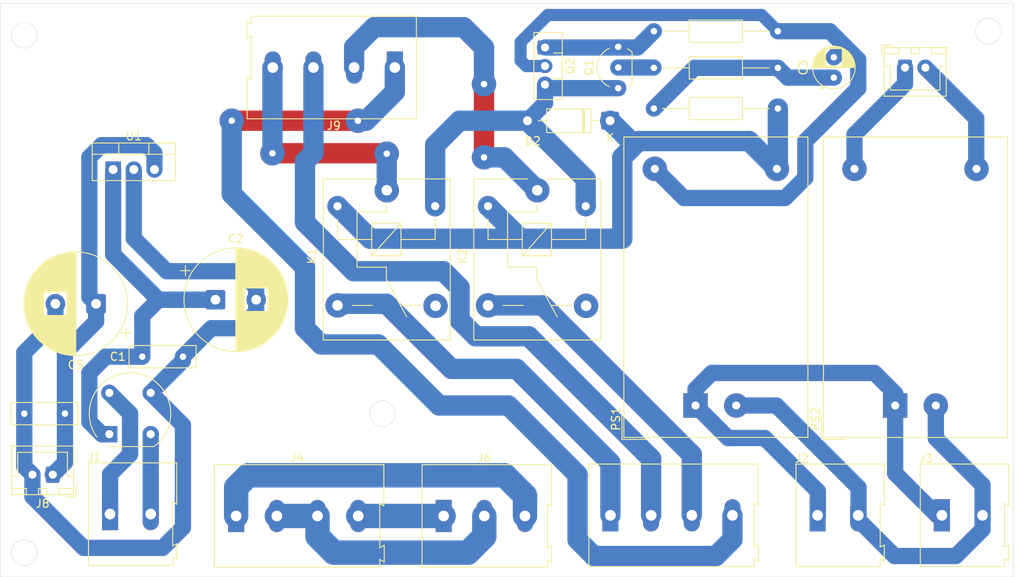
<source format=kicad_pcb>
(kicad_pcb (version 20241229) (generator "pcbnew") (generator_version "9.0")
  (layers (0 "F.Cu" signal) (2 "B.Cu" signal) (13 "F.Paste" user) (15 "B.Paste" user) (5 "F.SilkS" user "F.Silkscreen") (7 "B.SilkS" user "B.Silkscreen") (1 "F.Mask" user) (3 "B.Mask" user) (25 "Edge.Cuts" user))
  (net 0 "")
  (net 1 "Net-(D1-+)")
  (net 2 "Net-(C3-Pad1)")
  (net 3 "0")
  (net 4 "Net-(J1-Pin_1)")
  (net 5 "Net-(J1-Pin_2)")
  (net 6 "Net-(D2-A)")
  (net 7 "Net-(D2-K)")
  (net 8 "Net-(J2-Pin_2)")
  (net 9 "Net-(J2-Pin_1)")
  (net 10 "Net-(J4-Pin_2)")
  (net 11 "Net-(J4-Pin_4)")
  (net 12 "Net-(J4-Pin_1)")
  (net 13 "Net-(J5-Pin_2)")
  (net 14 "Net-(J5-Pin_1)")
  (net 15 "IN SP R+")
  (net 16 "Net-(J7-Pin_2)")
  (net 17 "Net-(J7-Pin_4)")
  (net 18 "IN SP L+")
  (net 19 "OUT SP L+")
  (net 20 "OUT SP R+")
  (net 23 "Net-(Q1-B)")
  (net 24 "Net-(Q1-E)")
  (net 25 "12V GND")
  (net 26 "Net-(J8-Pin_1)")
  (footprint "TerminalBlock:TerminalBlock_Altech_AK300-4_P5.00mm" (layer "F.Cu") (at 70.54 106.08)
    (property "Reference" "J4" (at 7.5 -7.15 0) (layer "F.SilkS"))
    (property "Value" "From Trfo Output")
    (pad "1" thru_hole rect (at 0 0) (size 1.98 3.96) (drill 1.32) (layers "*.Cu" "*.Mask") (net 12 "Net-(J4-Pin_1)"))
    (pad "2" thru_hole oval (at 5 0) (size 1.98 3.96) (drill 1.32) (layers "*.Cu" "*.Mask") (net 10 "Net-(J4-Pin_2)"))
    (pad "3" thru_hole oval (at 10 0) (size 1.98 3.96) (drill 1.32) (layers "*.Cu" "*.Mask") (net 10 "Net-(J4-Pin_2)"))
    (pad "4" thru_hole oval (at 15 0) (size 1.98 3.96) (drill 1.32) (layers "*.Cu" "*.Mask") (net 11 "Net-(J4-Pin_4)"))
  )
  (footprint "TerminalBlock:TerminalBlock_Altech_AK300-2_P5.00mm" (layer "F.Cu") (at 157.275 106)
    (property "Reference" "J3" (at -1.92 -6.99 0) (layer "F.SilkS"))
    (property "Value" "IN 230V AC")
    (pad "1" thru_hole rect (at 0 0) (size 1.98 3.96) (drill 1.32) (layers "*.Cu" "*.Mask") (net 9 "Net-(J2-Pin_1)"))
    (pad "2" thru_hole oval (at 5 0) (size 1.98 3.96) (drill 1.32) (layers "*.Cu" "*.Mask") (net 8 "Net-(J2-Pin_2)"))
  )
  (footprint "Capacitor_THT:CP_Radial_D5.0mm_P2.50mm" (layer "F.Cu") (at 144 52.205113 90)
    (property "Reference" "C3" (at 1.25 -3.75 90) (layer "F.SilkS"))
    (property "Value" "47u")
    (pad "1" thru_hole roundrect (at 0 0 90) (size 1.6 1.6) (drill 0.8) (layers "*.Cu" "*.Mask") (roundrect_rratio 0.15625) (net 2 "Net-(C3-Pad1)"))
    (pad "2" thru_hole circle (at 2.5 0 90) (size 1.6 1.6) (drill 0.8) (layers "*.Cu" "*.Mask") (net 3 "0"))
  )
  (footprint "Resistor_THT:R_Axial_DIN0207_L6.3mm_D2.5mm_P15.24mm_Horizontal" (layer "F.Cu") (at 137.12 56 180)
    (property "Reference" "R1" (hide yes))
    (property "Value" "100k")
    (pad "1" thru_hole circle (at 0 0 180) (size 1.6 1.6) (drill 0.8) (layers "*.Cu" "*.Mask") (net 7 "Net-(D2-K)"))
    (pad "2" thru_hole oval (at 15.24 0 180) (size 1.6 1.6) (drill 0.8) (layers "*.Cu" "*.Mask") (net 2 "Net-(C3-Pad1)"))
  )
  (footprint "TerminalBlock:TerminalBlock_Altech_AK300-2_P5.00mm" (layer "F.Cu") (at 55.04 105.845)
    (property "Reference" "J1" (at -1.92 -6.99 0) (layer "F.SilkS"))
    (property "Value" "IN 12V AC")
    (pad "1" thru_hole rect (at 0 0) (size 1.98 3.96) (drill 1.32) (layers "*.Cu" "*.Mask") (net 4 "Net-(J1-Pin_1)"))
    (pad "2" thru_hole oval (at 5 0) (size 1.98 3.96) (drill 1.32) (layers "*.Cu" "*.Mask") (net 5 "Net-(J1-Pin_2)"))
  )
  (footprint "Resistor_THT:R_Axial_DIN0207_L6.3mm_D2.5mm_P15.24mm_Horizontal" (layer "F.Cu") (at 121.88 46.5)
    (property "Reference" "R3" (hide yes))
    (property "Value" "100k")
    (pad "1" thru_hole circle (at 0 0) (size 1.6 1.6) (drill 0.8) (layers "*.Cu" "*.Mask") (net 24 "Net-(Q1-E)"))
    (pad "2" thru_hole oval (at 15.24 0) (size 1.6 1.6) (drill 0.8) (layers "*.Cu" "*.Mask") (net 3 "0"))
  )
  (footprint "TerminalBlock:TerminalBlock_Altech_AK300-4_P5.00mm" (layer "F.Cu") (at 116.54 106)
    (property "Reference" "J7" (hide yes))
    (property "Value" "From Ampli Output")
    (pad "1" thru_hole rect (at 0 0) (size 1.98 3.96) (drill 1.32) (layers "*.Cu" "*.Mask") (net 18 "IN SP L+"))
    (pad "2" thru_hole oval (at 5 0) (size 1.98 3.96) (drill 1.32) (layers "*.Cu" "*.Mask") (net 16 "Net-(J7-Pin_2)"))
    (pad "3" thru_hole oval (at 10 0) (size 1.98 3.96) (drill 1.32) (layers "*.Cu" "*.Mask") (net 15 "IN SP R+"))
    (pad "4" thru_hole oval (at 15 0) (size 1.98 3.96) (drill 1.32) (layers "*.Cu" "*.Mask") (net 17 "Net-(J7-Pin_4)"))
  )
  (footprint "Diode_THT:Diode_Bridge_Round_D9.8mm" (layer "F.Cu") (at 54.955 96.025 90)
    (property "Reference" "D1" (hide yes))
    (property "Value" "B40C1500G")
    (pad "1" thru_hole rect (at 0 0 90) (size 2 2) (drill 1) (layers "*.Cu" "*.Mask") (net 1 "Net-(D1-+)"))
    (pad "2" thru_hole oval (at 0 5.08 90) (size 2 2) (drill 1) (layers "*.Cu" "*.Mask") (net 5 "Net-(J1-Pin_2)"))
    (pad "3" thru_hole oval (at 5.08 5.08 90) (size 2 2) (drill 1) (layers "*.Cu" "*.Mask") (net 25 "12V GND"))
    (pad "4" thru_hole oval (at 5.08 0 90) (size 2 2) (drill 1) (layers "*.Cu" "*.Mask") (net 4 "Net-(J1-Pin_1)"))
  )
  (footprint "Diode_THT:D_DO-41_SOD81_P10.16mm_Horizontal" (layer "F.Cu") (at 116.5 57.5 180)
    (property "Reference" "D2" (at 9.5 -2.5 0) (layer "F.SilkS"))
    (property "Value" "1N4001")
    (fp_text user "K" (at 0 -2.1 0) (layer "F.SilkS"))
    (pad "1" thru_hole roundrect (at 0 0 180) (size 2.2 2.2) (drill 1.1) (layers "*.Cu" "*.Mask") (roundrect_rratio 0.113636) (net 7 "Net-(D2-K)"))
    (pad "2" thru_hole circle (at 10.16 0 180) (size 2.2 2.2) (drill 1.1) (layers "*.Cu" "*.Mask") (net 6 "Net-(D2-A)"))
  )
  (footprint "Capacitor_THT:CP_Radial_D12.5mm_P5.00mm" (layer "F.Cu") (at 68 79.5)
    (property "Reference" "C2" (at 2.5 -7.5 0) (layer "F.SilkS"))
    (property "Value" "2200uF")
    (pad "1" thru_hole roundrect (at 0 0) (size 2.4 2.4) (drill 1.2) (layers "*.Cu" "*.Mask") (roundrect_rratio 0.104167) (net 1 "Net-(D1-+)"))
    (pad "2" thru_hole circle (at 5 0) (size 2.4 2.4) (drill 1.2) (layers "*.Cu" "*.Mask") (net 25 "12V GND"))
  )
  (footprint "Components:Converter_ACDC_Hi-Link_HLK-PMxx" (layer "F.Cu") (at 127 92.5 90)
    (property "Reference" "PS1" (at -1.66 -9.79 90) (layer "F.SilkS"))
    (property "Value" "HLK-PM01")
    (pad "1" thru_hole rect (at 0 0 90) (size 3 3) (drill 1) (layers "*.Cu" "*.Mask") (net 9 "Net-(J2-Pin_1)"))
    (pad "2" thru_hole circle (at 0 5 90) (size 3 3) (drill 1) (layers "*.Cu" "*.Mask") (net 8 "Net-(J2-Pin_2)"))
    (pad "3" thru_hole circle (at 29.08 -5 90) (size 3 3) (drill 1) (layers "*.Cu" "*.Mask") (net 3 "0"))
    (pad "4" thru_hole circle (at 29.08 10 90) (size 3 3) (drill 1) (layers "*.Cu" "*.Mask") (net 7 "Net-(D2-K)"))
  )
  (footprint "Connector_JST:JST_XH_B2B-XH-A_1x02_P2.50mm_Vertical" (layer "F.Cu") (at 152.75 50.975)
    (property "Reference" "J5" (hide yes))
    (property "Value" "OUT 5V CC")
    (pad "1" thru_hole roundrect (at 0 0) (size 1.7 2) (drill 1) (layers "*.Cu" "*.Mask") (roundrect_rratio 0.147059) (net 14 "Net-(J5-Pin_1)"))
    (pad "2" thru_hole oval (at 2.5 0) (size 1.7 2) (drill 1) (layers "*.Cu" "*.Mask") (net 13 "Net-(J5-Pin_2)"))
  )
  (footprint "Resistor_THT:R_Axial_DIN0207_L6.3mm_D2.5mm_P15.24mm_Horizontal" (layer "F.Cu") (at 137.12 51 180)
    (property "Reference" "R2" (hide yes))
    (property "Value" "10k")
    (pad "1" thru_hole circle (at 0 0 180) (size 1.6 1.6) (drill 0.8) (layers "*.Cu" "*.Mask") (net 2 "Net-(C3-Pad1)"))
    (pad "2" thru_hole oval (at 15.24 0 180) (size 1.6 1.6) (drill 0.8) (layers "*.Cu" "*.Mask") (net 23 "Net-(Q1-B)"))
  )
  (footprint "Connector_JST:JST_XH_B2B-XH-A_1x02_P2.50mm_Vertical" (layer "F.Cu") (at 48 101 180)
    (property "Reference" "J8" (at 1.25 -3.55 0) (layer "F.SilkS"))
    (property "Value" "OUT 12V CC")
    (pad "1" thru_hole roundrect (at 0 0 180) (size 1.7 2) (drill 1) (layers "*.Cu" "*.Mask") (roundrect_rratio 0.147059) (net 26 "Net-(J8-Pin_1)"))
    (pad "2" thru_hole oval (at 2.5 0 180) (size 1.7 2) (drill 1) (layers "*.Cu" "*.Mask") (net 25 "12V GND"))
  )
  (footprint "TerminalBlock:TerminalBlock_Altech_AK300-3_P5.00mm" (layer "F.Cu") (at 96.04 106.08)
    (property "Reference" "J6" (at 5 -7.1 0) (layer "F.SilkS"))
    (property "Value" "To Power Ampli Power IN")
    (pad "1" thru_hole rect (at 0 0) (size 1.98 3.96) (drill 1.32) (layers "*.Cu" "*.Mask") (net 11 "Net-(J4-Pin_4)"))
    (pad "2" thru_hole oval (at 5 0) (size 1.98 3.96) (drill 1.32) (layers "*.Cu" "*.Mask") (net 10 "Net-(J4-Pin_2)"))
    (pad "3" thru_hole oval (at 10 0) (size 1.98 3.96) (drill 1.32) (layers "*.Cu" "*.Mask") (net 12 "Net-(J4-Pin_1)"))
  )
  (footprint "Capacitor_THT:C_Disc_D8.0mm_W2.5mm_P5.00mm" (layer "F.Cu") (at 49.5 93.5 180)
    (property "Reference" "C4" (hide yes))
    (property "Value" "100nF")
    (pad "1" thru_hole circle (at 0 0 180) (size 1.6 1.6) (drill 0.8) (layers "*.Cu" "*.Mask") (net 26 "Net-(J8-Pin_1)"))
    (pad "2" thru_hole circle (at 5 0 180) (size 1.6 1.6) (drill 0.8) (layers "*.Cu" "*.Mask") (net 25 "12V GND"))
  )
  (footprint "Capacitor_THT:C_Disc_D8.0mm_W2.5mm_P5.00mm" (layer "F.Cu") (at 59 86.5)
    (property "Reference" "C1" (at -3 0 0) (layer "F.SilkS"))
    (property "Value" "100nF")
    (pad "1" thru_hole circle (at 0 0) (size 1.6 1.6) (drill 0.8) (layers "*.Cu" "*.Mask") (net 1 "Net-(D1-+)"))
    (pad "2" thru_hole circle (at 5 0) (size 1.6 1.6) (drill 0.8) (layers "*.Cu" "*.Mask") (net 25 "12V GND"))
  )
  (footprint "TerminalBlock:TerminalBlock_Altech_AK300-2_P5.00mm" (layer "F.Cu") (at 142 106)
    (property "Reference" "J2" (at -1.92 -6.99 0) (layer "F.SilkS"))
    (property "Value" "OUT 230V AC")
    (pad "1" thru_hole rect (at 0 0) (size 1.98 3.96) (drill 1.32) (layers "*.Cu" "*.Mask") (net 9 "Net-(J2-Pin_1)"))
    (pad "2" thru_hole oval (at 5 0) (size 1.98 3.96) (drill 1.32) (layers "*.Cu" "*.Mask") (net 8 "Net-(J2-Pin_2)"))
  )
  (footprint "Relay_THT:Relay_SPDT_SANYOU_SRD_Series_Form_C" (layer "F.Cu") (at 107.55 66.05 -90)
    (property "Reference" "K2" (at 8.1 9.2 90) (layer "F.SilkS"))
    (property "Value" "SANYOU_SRD_Form_C")
    (pad "1" thru_hole circle (at 0 0) (size 3 3) (drill 1.3) (layers "*.Cu" "*.Mask") (net 20 "OUT SP R+"))
    (pad "2" thru_hole circle (at 1.95 6.05) (size 2.5 2.5) (drill 1) (layers "*.Cu" "*.Mask") (net 7 "Net-(D2-K)"))
    (pad "3" thru_hole circle (at 14.15 6.05) (size 3 3) (drill 1.3) (layers "*.Cu" "*.Mask") (net 15 "IN SP R+"))
    (pad "4" thru_hole circle (at 14.2 -6) (size 3 3) (drill 1.3) (layers "*.Cu" "*.Mask"))
    (pad "5" thru_hole circle (at 1.95 -5.95) (size 2.5 2.5) (drill 1) (layers "*.Cu" "*.Mask") (net 6 "Net-(D2-A)"))
  )
  (footprint "Package_TO_SOT_THT:TO-220-3_Vertical" (layer "F.Cu") (at 55.42 63.5)
    (property "Reference" "U1" (at 2.54 -4.1 0) (layer "F.SilkS"))
    (property "Value" "LM7812_TO220")
    (pad "1" thru_hole rect (at 0 0) (size 1.905 2) (drill 1.1) (layers "*.Cu" "*.Mask") (net 1 "Net-(D1-+)"))
    (pad "2" thru_hole oval (at 2.54 0) (size 1.905 2) (drill 1.1) (layers "*.Cu" "*.Mask") (net 25 "12V GND"))
    (pad "3" thru_hole oval (at 5.08 0) (size 1.905 2) (drill 1.1) (layers "*.Cu" "*.Mask") (net 26 "Net-(J8-Pin_1)"))
  )
  (footprint "Components:Converter_ACDC_Hi-Link_HLK-PMxx" (layer "F.Cu") (at 151.5375 92.5025 90)
    (property "Reference" "PS2" (at -1.66 -9.79 90) (layer "F.SilkS"))
    (property "Value" "HLK-PM01")
    (pad "1" thru_hole rect (at 0 0 90) (size 3 3) (drill 1) (layers "*.Cu" "*.Mask") (net 9 "Net-(J2-Pin_1)"))
    (pad "2" thru_hole circle (at 0 5 90) (size 3 3) (drill 1) (layers "*.Cu" "*.Mask") (net 8 "Net-(J2-Pin_2)"))
    (pad "3" thru_hole circle (at 29.08 -5 90) (size 3 3) (drill 1) (layers "*.Cu" "*.Mask") (net 14 "Net-(J5-Pin_1)"))
    (pad "4" thru_hole circle (at 29.08 10 90) (size 3 3) (drill 1) (layers "*.Cu" "*.Mask") (net 13 "Net-(J5-Pin_2)"))
  )
  (footprint "Components:TO-126-3_Vertical" (layer "F.Cu") (at 108.5 48.5 -90)
    (property "Reference" "Q2" (at 2.28 -3.12 90) (layer "F.SilkS"))
    (property "Value" "NPN")
    (pad "1" thru_hole oval (at 4.56 0 270) (size 1.71 1.8) (drill 1) (layers "*.Cu" "*.Mask") (net 6 "Net-(D2-A)"))
    (pad "2" thru_hole rect (at 0 0 270) (size 1.71 1.8) (drill 1) (layers "*.Cu" "*.Mask") (net 24 "Net-(Q1-E)"))
    (pad "3" thru_hole oval (at 2.28 0 270) (size 1.71 1.8) (drill 1) (layers "*.Cu" "*.Mask") (net 3 "0"))
  )
  (footprint "Relay_THT:Relay_SPDT_SANYOU_SRD_Series_Form_C" (layer "F.Cu") (at 89.05 66.05 -90)
    (property "Reference" "K1" (at 8.1 9.2 90) (layer "F.SilkS"))
    (property "Value" "SANYOU_SRD_Form_C")
    (pad "1" thru_hole circle (at 0 0) (size 3 3) (drill 1.3) (layers "*.Cu" "*.Mask") (net 19 "OUT SP L+"))
    (pad "2" thru_hole circle (at 1.95 6.05) (size 2.5 2.5) (drill 1) (layers "*.Cu" "*.Mask") (net 7 "Net-(D2-K)"))
    (pad "3" thru_hole circle (at 14.15 6.05) (size 3 3) (drill 1.3) (layers "*.Cu" "*.Mask") (net 18 "IN SP L+"))
    (pad "4" thru_hole circle (at 14.2 -6) (size 3 3) (drill 1.3) (layers "*.Cu" "*.Mask"))
    (pad "5" thru_hole circle (at 1.95 -5.95) (size 2.5 2.5) (drill 1) (layers "*.Cu" "*.Mask") (net 6 "Net-(D2-A)"))
  )
  (footprint "Capacitor_THT:CP_Radial_D12.5mm_P5.00mm" (layer "F.Cu") (at 53.323959 80 180)
    (property "Reference" "C5" (at 2.5 -7.5 0) (layer "F.SilkS"))
    (property "Value" "2200uF")
    (pad "1" thru_hole roundrect (at 0 0 180) (size 2.4 2.4) (drill 1.2) (layers "*.Cu" "*.Mask") (roundrect_rratio 0.104167) (net 26 "Net-(J8-Pin_1)"))
    (pad "2" thru_hole circle (at 5 0 180) (size 2.4 2.4) (drill 1.2) (layers "*.Cu" "*.Mask") (net 25 "12V GND"))
  )
  (footprint "Package_TO_SOT_THT:TO-92L_Inline_Wide" (layer "F.Cu") (at 117.5 53.5 90)
    (property "Reference" "Q1" (at 2.54 -3.56 90) (layer "F.SilkS"))
    (property "Value" "NPN")
    (pad "1" thru_hole rect (at 0 0 90) (size 1.5 1.5) (drill 0.8) (layers "*.Cu" "*.Mask") (net 6 "Net-(D2-A)"))
    (pad "2" thru_hole circle (at 2.54 0 90) (size 1.5 1.5) (drill 0.8) (layers "*.Cu" "*.Mask") (net 23 "Net-(Q1-B)"))
    (pad "3" thru_hole circle (at 5.08 0 90) (size 1.5 1.5) (drill 0.8) (layers "*.Cu" "*.Mask") (net 24 "Net-(Q1-E)"))
  )
  (footprint "TerminalBlock:TerminalBlock_Altech_AK300-4_P5.00mm" (layer "F.Cu") (at 90.04 50.96 180)
    (property "Reference" "J9" (at 7.5 -7.15 0) (layer "F.SilkS"))
    (property "Value" "To Speakers")
    (pad "1" thru_hole rect (at 0 0 180) (size 1.98 3.96) (drill 1.32) (layers "*.Cu" "*.Mask") (net 17 "Net-(J7-Pin_4)"))
    (pad "2" thru_hole oval (at 5 0 180) (size 1.98 3.96) (drill 1.32) (layers "*.Cu" "*.Mask") (net 20 "OUT SP R+"))
    (pad "3" thru_hole oval (at 10 0 180) (size 1.98 3.96) (drill 1.32) (layers "*.Cu" "*.Mask") (net 16 "Net-(J7-Pin_2)"))
    (pad "4" thru_hole oval (at 15 0 180) (size 1.98 3.96) (drill 1.32) (layers "*.Cu" "*.Mask") (net 19 "OUT SP L+"))
  )
  (gr_circle (center 163 46.5) (end 163.5 48) (stroke (width 0.05)) (fill no) (layer "Edge.Cuts"))
  (gr_circle (center 88.5 93.5) (end 89 95) (stroke (width 0.05)) (fill no) (layer "Edge.Cuts"))
  (gr_circle (center 44.5 110.581139) (end 45 112.081139) (stroke (width 0.05)) (fill no) (layer "Edge.Cuts"))
  (gr_rect (start 41.54 43.08) (end 166.04 113.58) (stroke (width 0.05)) (fill no) (layer "Edge.Cuts"))
  (gr_circle (center 44.5 47) (end 45 48.5) (stroke (width 0.05)) (fill no) (layer "Edge.Cuts"))
  (segment (start 52.5 94.5) (end 52.5 88.5) (width 2) (layer "B.Cu") (net 1))
  (segment (start 59 86.5) (end 59 81.5) (width 2) (layer "B.Cu") (net 1))
  (segment (start 61 79.5) (end 68 79.5) (width 2) (layer "B.Cu") (net 1))
  (segment (start 61.5 79.5) (end 68 79.5) (width 2) (layer "B.Cu") (net 1))
  (segment (start 54.5 86.5) (end 59 86.5) (width 2) (layer "B.Cu") (net 1))
  (segment (start 54.025 96.025) (end 52.5 94.5) (width 2) (layer "B.Cu") (net 1))
  (segment (start 59 81.5) (end 61 79.5) (width 2) (layer "B.Cu") (net 1))
  (segment (start 55.42 73.92) (end 55.42 63.5) (width 2) (layer "B.Cu") (net 1))
  (segment (start 52.5 88.5) (end 54.5 86.5) (width 2) (layer "B.Cu") (net 1))
  (segment (start 54.955 96.025) (end 54.025 96.025) (width 2) (layer "B.Cu") (net 1))
  (segment (start 61 79.5) (end 55.42 73.92) (width 2) (layer "B.Cu") (net 1))
  (segment (start 138.325113 52.205113) (end 137.12 51) (width 2) (layer "B.Cu") (net 2))
  (segment (start 126.88 51) (end 121.88 56) (width 2) (layer "B.Cu") (net 2))
  (segment (start 137.12 51) (end 126.88 51) (width 2) (layer "B.Cu") (net 2))
  (segment (start 144 52.205113) (end 138.325113 52.205113) (width 2) (layer "B.Cu") (net 2))
  (segment (start 140.5 64.5) (end 140.5 60) (width 2) (layer "B.Cu") (net 3))
  (segment (start 122 63.42) (end 125.58 67) (width 2) (layer "B.Cu") (net 3))
  (segment (start 106.19 50.78) (end 105.5 50.09) (width 1.5) (layer "B.Cu") (net 3))
  (segment (start 105.5 50.09) (end 105.5 47.843) (width 1.5) (layer "B.Cu") (net 3))
  (segment (start 125.58 67) (end 138 67) (width 2) (layer "B.Cu") (net 3))
  (segment (start 147 53.5) (end 147 50) (width 2) (layer "B.Cu") (net 3))
  (segment (start 147 50) (end 143.5 46.5) (width 2) (layer "B.Cu") (net 3))
  (segment (start 108.843 44.5) (end 135.12 44.5) (width 1.5) (layer "B.Cu") (net 3))
  (segment (start 135.12 44.5) (end 137.12 46.5) (width 1.5) (layer "B.Cu") (net 3))
  (segment (start 108.5 50.78) (end 106.19 50.78) (width 1.5) (layer "B.Cu") (net 3))
  (segment (start 138 67) (end 140.5 64.5) (width 2) (layer "B.Cu") (net 3))
  (segment (start 121.42 63.42) (end 122 63.42) (width 1) (layer "B.Cu") (net 3))
  (segment (start 140.5 60) (end 147 53.5) (width 2) (layer "B.Cu") (net 3))
  (segment (start 145.5 48.5) (end 145.205113 48.5) (width 2) (layer "B.Cu") (net 3))
  (segment (start 143.5 46.5) (end 137.12 46.5) (width 2) (layer "B.Cu") (net 3))
  (segment (start 105.5 47.843) (end 108.843 44.5) (width 1.5) (layer "B.Cu") (net 3))
  (segment (start 145.205113 48.5) (end 144 49.705113) (width 2) (layer "B.Cu") (net 3))
  (segment (start 57.5 93.49) (end 54.955 90.945) (width 2) (layer "B.Cu") (net 4))
  (segment (start 57.5 98.5) (end 57.5 93.49) (width 2) (layer "B.Cu") (net 4))
  (segment (start 55.04 100.96) (end 57.5 98.5) (width 2) (layer "B.Cu") (net 4))
  (segment (start 55.04 105.845) (end 55.04 100.96) (width 2) (layer "B.Cu") (net 4))
  (segment (start 60.04 96.03) (end 60.035 96.025) (width 2) (layer "B.Cu") (net 5))
  (segment (start 60.04 105.845) (end 60.04 96.03) (width 2) (layer "B.Cu") (net 5))
  (segment (start 95 60.5) (end 98 57.5) (width 2.5) (layer "B.Cu") (net 6))
  (segment (start 108.5 53.06) (end 108.5 55.34) (width 2) (layer "B.Cu") (net 6))
  (segment (start 95 68) (end 95 60.5) (width 2.5) (layer "B.Cu") (net 6))
  (segment (start 108.94 53.5) (end 108.5 53.06) (width 1.5) (layer "B.Cu") (net 6))
  (segment (start 108.5 55.34) (end 106.34 57.5) (width 2) (layer "B.Cu") (net 6))
  (segment (start 117.5 53.5) (end 108.94 53.5) (width 2) (layer "B.Cu") (net 6))
  (segment (start 113.5 68) (end 113.5 64.66) (width 2.5) (layer "B.Cu") (net 6))
  (segment (start 98 57.5) (end 106.34 57.5) (width 2.5) (layer "B.Cu") (net 6))
  (segment (start 113.5 64.66) (end 106.34 57.5) (width 2.5) (layer "B.Cu") (net 6))
  (segment (start 133.58 60) (end 137 63.42) (width 2.5) (layer "B.Cu") (net 7))
  (segment (start 116.5 57.5) (end 119 60) (width 2.5) (layer "B.Cu") (net 7))
  (segment (start 118 62) (end 120 60) (width 2.5) (layer "B.Cu") (net 7))
  (segment (start 83 68) (end 87 72) (width 2.5) (layer "B.Cu") (net 7))
  (segment (start 118 72) (end 118 62) (width 2.5) (layer "B.Cu") (net 7))
  (segment (start 106.5 72) (end 105.5 72) (width 2.5) (layer "B.Cu") (net 7))
  (segment (start 137.12 63.3) (end 137 63.42) (width 2) (layer "B.Cu") (net 7))
  (segment (start 120 60) (end 133.58 60) (width 2.5) (layer "B.Cu") (net 7))
  (segment (start 137.2 56.08) (end 137.12 56) (width 2) (layer "B.Cu") (net 7))
  (segment (start 137.12 56) (end 137.12 63.3) (width 2.5) (layer "B.Cu") (net 7))
  (segment (start 119 60) (end 120 60) (width 1.5) (layer "B.Cu") (net 7))
  (segment (start 105.5 72) (end 101.5 68) (width 2.5) (layer "B.Cu") (net 7))
  (segment (start 87 72) (end 118 72) (width 2.5) (layer "B.Cu") (net 7))
  (segment (start 147 106.54) (end 147 106) (width 2) (layer "B.Cu") (net 8))
  (segment (start 147.04 105.96) (end 147 106) (width 2) (layer "B.Cu") (net 8))
  (segment (start 156.5375 96.5375) (end 162.275 102.275) (width 2) (layer "B.Cu") (net 8))
  (segment (start 162.275 102.275) (end 162.275 107.725) (width 2) (layer "B.Cu") (net 8))
  (segment (start 136.94 92.5) (end 147.04 102.6) (width 2) (layer "B.Cu") (net 8))
  (segment (start 159 111) (end 151.46 111) (width 2) (layer "B.Cu") (net 8))
  (segment (start 156.5375 92.5025) (end 156.5375 96.5375) (width 2) (layer "B.Cu") (net 8))
  (segment (start 132 92.5) (end 136.94 92.5) (width 2) (layer "B.Cu") (net 8))
  (segment (start 151.46 111) (end 147 106.54) (width 2) (layer "B.Cu") (net 8))
  (segment (start 162.275 107.725) (end 159 111) (width 2) (layer "B.Cu") (net 8))
  (segment (start 147.04 102.6) (end 147.04 105.96) (width 2) (layer "B.Cu") (net 8))
  (segment (start 131 96.5) (end 135.5 96.5) (width 2) (layer "B.Cu") (net 9))
  (segment (start 127 92.5) (end 127 90.5) (width 2) (layer "B.Cu") (net 9))
  (segment (start 142.04 105.96) (end 142 106) (width 2) (layer "B.Cu") (net 9))
  (segment (start 151.5375 91.0375) (end 151.5375 92.5025) (width 2) (layer "B.Cu") (net 9))
  (segment (start 127 90.5) (end 129 88.5) (width 2) (layer "B.Cu") (net 9))
  (segment (start 127 92.5) (end 131 96.5) (width 2) (layer "B.Cu") (net 9))
  (segment (start 151.5375 100.8425) (end 156.695 106) (width 2) (layer "B.Cu") (net 9))
  (segment (start 129 88.5) (end 149 88.5) (width 2) (layer "B.Cu") (net 9))
  (segment (start 135.5 96.5) (end 142.04 103.04) (width 2) (layer "B.Cu") (net 9))
  (segment (start 142.04 103.04) (end 142.04 105.96) (width 2) (layer "B.Cu") (net 9))
  (segment (start 156.695 106) (end 157.275 106) (width 2) (layer "B.Cu") (net 9))
  (segment (start 151.5375 92.5025) (end 151.5375 100.8425) (width 2) (layer "B.Cu") (net 9))
  (segment (start 149 88.5) (end 151.5375 91.0375) (width 2) (layer "B.Cu") (net 9))
  (segment (start 82.54 110.58) (end 99.04 110.58) (width 3) (layer "B.Cu") (net 10))
  (segment (start 75.54 106.08) (end 80.54 106.08) (width 3) (layer "B.Cu") (net 10))
  (segment (start 99.04 110.58) (end 101.04 108.58) (width 3) (layer "B.Cu") (net 10))
  (segment (start 80.54 108.58) (end 82.54 110.58) (width 3) (layer "B.Cu") (net 10))
  (segment (start 80.54 106.08) (end 80.54 108.58) (width 3) (layer "B.Cu") (net 10))
  (segment (start 101.04 108.58) (end 101.04 106.08) (width 3) (layer "B.Cu") (net 10))
  (segment (start 85.54 106.08) (end 96.04 106.08) (width 3) (layer "B.Cu") (net 11))
  (segment (start 70.54 102.58) (end 70.54 106.08) (width 3) (layer "B.Cu") (net 12))
  (segment (start 72.04 101.08) (end 70.54 102.58) (width 3) (layer "B.Cu") (net 12))
  (segment (start 106.04 106.08) (end 106.04 103.58) (width 3) (layer "B.Cu") (net 12))
  (segment (start 103.54 101.08) (end 72.04 101.08) (width 3) (layer "B.Cu") (net 12))
  (segment (start 106.04 103.58) (end 103.54 101.08) (width 3) (layer "B.Cu") (net 12))
  (segment (start 161.5 57.225) (end 161.5 63.385) (width 2) (layer "B.Cu") (net 13))
  (segment (start 161.5 63.385) (end 161.5375 63.4225) (width 2) (layer "B.Cu") (net 13))
  (segment (start 155.25 50.975) (end 161.5 57.225) (width 2) (layer "B.Cu") (net 13))
  (segment (start 152.75 52.975) (end 152.75 50.975) (width 2) (layer "B.Cu") (net 14))
  (segment (start 146.5375 59.1875) (end 152.75 52.975) (width 2) (layer "B.Cu") (net 14))
  (segment (start 146.5375 63.4225) (end 146.5375 59.1875) (width 2) (layer "B.Cu") (net 14))
  (segment (start 108.2 80.2) (end 101.5 80.2) (width 2.5) (layer "B.Cu") (net 15))
  (segment (start 126.54 106) (end 126.54 98.54) (width 2.5) (layer "B.Cu") (net 15))
  (segment (start 126.54 98.54) (end 108.2 80.2) (width 2.5) (layer "B.Cu") (net 15))
  (segment (start 106.5 84) (end 100 84) (width 2.5) (layer "B.Cu") (net 16))
  (segment (start 96 76) (end 85 76) (width 2.5) (layer "B.Cu") (net 16))
  (segment (start 100 84) (end 98 82) (width 2.5) (layer "B.Cu") (net 16))
  (segment (start 98 78) (end 96 76) (width 2.5) (layer "B.Cu") (net 16))
  (segment (start 98 82) (end 98 78) (width 2.5) (layer "B.Cu") (net 16))
  (segment (start 80.04 61.46) (end 80.04 50.96) (width 2.5) (layer "B.Cu") (net 16))
  (segment (start 79 62.5) (end 80.04 61.46) (width 2.5) (layer "B.Cu") (net 16))
  (segment (start 79 70) (end 79 62.5) (width 2.5) (layer "B.Cu") (net 16))
  (segment (start 85 76) (end 79 70) (width 2.5) (layer "B.Cu") (net 16))
  (segment (start 121.54 99.04) (end 106.5 84) (width 2.5) (layer "B.Cu") (net 16))
  (segment (start 121.54 106) (end 121.54 99.04) (width 2.5) (layer "B.Cu") (net 16))
  (segment (start 70 57.5) (end 85.5 57.5) (width 2.5) (layer "F.Cu") (net 17))
  (via (at 70 57.5) (size 3) (drill 0.8) (layers "F.Cu" "B.Cu") (net 17))
  (via (at 85.5 57.5) (size 3) (drill 0.8) (layers "F.Cu" "B.Cu") (net 17))
  (segment (start 70 66.5) (end 70 57.5) (width 2.5) (layer "B.Cu") (net 17))
  (segment (start 129.5 111) (end 114.5 111) (width 2.5) (layer "B.Cu") (net 17))
  (segment (start 90.04 53.96) (end 90.04 50.96) (width 2.5) (layer "B.Cu") (net 17))
  (segment (start 81 85) (end 79 83) (width 2.5) (layer "B.Cu") (net 17))
  (segment (start 114.5 111) (end 112.5 109) (width 2.5) (layer "B.Cu") (net 17))
  (segment (start 95.5 92.5) (end 88 85) (width 2.5) (layer "B.Cu") (net 17))
  (segment (start 85.5 57.5) (end 86.5 57.5) (width 2.5) (layer "B.Cu") (net 17))
  (segment (start 104 92.5) (end 95.5 92.5) (width 2.5) (layer "B.Cu") (net 17))
  (segment (start 112.5 101) (end 104 92.5) (width 2.5) (layer "B.Cu") (net 17))
  (segment (start 86.5 57.5) (end 90.04 53.96) (width 2.5) (layer "B.Cu") (net 17))
  (segment (start 90 51) (end 90.04 50.96) (width 2) (layer "B.Cu") (net 17))
  (segment (start 112.5 109) (end 112.5 101) (width 2.5) (layer "B.Cu") (net 17))
  (segment (start 131.54 106) (end 131.54 108.96) (width 2.5) (layer "B.Cu") (net 17))
  (segment (start 79 75.5) (end 70 66.5) (width 2.5) (layer "B.Cu") (net 17))
  (segment (start 131.54 108.96) (end 129.5 111) (width 2.5) (layer "B.Cu") (net 17))
  (segment (start 88 85) (end 81 85) (width 2.5) (layer "B.Cu") (net 17))
  (segment (start 79 83) (end 79 75.5) (width 2.5) (layer "B.Cu") (net 17))
  (segment (start 97 88) (end 89 80) (width 2.5) (layer "B.Cu") (net 18))
  (segment (start 116.54 106) (end 116.54 99.54) (width 2.5) (layer "B.Cu") (net 18))
  (segment (start 83.7 80) (end 83.5 80.2) (width 2.5) (layer "B.Cu") (net 18))
  (segment (start 116.54 99.54) (end 105 88) (width 2.5) (layer "B.Cu") (net 18))
  (segment (start 89 80) (end 83.7 80) (width 2.5) (layer "B.Cu") (net 18))
  (segment (start 105 88) (end 97 88) (width 2.5) (layer "B.Cu") (net 18))
  (segment (start 83.5 80.2) (end 83 80.2) (width 2.5) (layer "B.Cu") (net 18))
  (segment (start 89.05 61.55) (end 89 61.5) (width 2.5) (layer "F.Cu") (net 19))
  (segment (start 89 61.5) (end 75 61.5) (width 2.5) (layer "F.Cu") (net 19))
  (via (at 89.05 61.55) (size 3) (drill 0.8) (layers "F.Cu" "B.Cu") (net 19))
  (via (at 75 61.5) (size 3) (drill 0.8) (layers "F.Cu" "B.Cu") (net 19))
  (segment (start 75 51) (end 75.04 50.96) (width 2.5) (layer "B.Cu") (net 19))
  (segment (start 75 61.5) (end 75 51) (width 2.5) (layer "B.Cu") (net 19))
  (segment (start 89.05 66.05) (end 89.05 61.55) (width 2.5) (layer "B.Cu") (net 19))
  (segment (start 101 62) (end 101 53) (width 2.5) (layer "F.Cu") (net 20))
  (via (at 101 62) (size 3) (drill 0.8) (layers "F.Cu" "B.Cu") (net 20))
  (via (at 101 53) (size 3) (drill 0.8) (layers "F.Cu" "B.Cu") (net 20))
  (segment (start 87.5 46) (end 85.04 48.46) (width 2.5) (layer "B.Cu") (net 20))
  (segment (start 98.5 46) (end 87.5 46) (width 2.5) (layer "B.Cu") (net 20))
  (segment (start 103.5 62) (end 101 62) (width 2.5) (layer "B.Cu") (net 20))
  (segment (start 85.04 48.46) (end 85.04 50.96) (width 2.5) (layer "B.Cu") (net 20))
  (segment (start 107.55 66.05) (end 103.5 62) (width 2.5) (layer "B.Cu") (net 20))
  (segment (start 101 48.5) (end 98.5 46) (width 2.5) (layer "B.Cu") (net 20))
  (segment (start 101 53) (end 101 48.5) (width 2.5) (layer "B.Cu") (net 20))
  (segment (start 117.5 50.96) (end 121.84 50.96) (width 2) (layer "B.Cu") (net 23))
  (segment (start 121.84 50.96) (end 121.88 51) (width 1.5) (layer "B.Cu") (net 23))
  (segment (start 108.5 48.5) (end 117.42 48.5) (width 2) (layer "B.Cu") (net 24))
  (segment (start 117.42 48.5) (end 117.5 48.42) (width 1.5) (layer "B.Cu") (net 24))
  (segment (start 117.42 48.5) (end 119.88 48.5) (width 2) (layer "B.Cu") (net 24))
  (segment (start 119.88 48.5) (end 121.88 46.5) (width 2) (layer "B.Cu") (net 24))
  (segment (start 64 94.91) (end 64 107.5) (width 2) (layer "B.Cu") (net 25))
  (segment (start 71 83) (end 73 81) (width 2) (layer "B.Cu") (net 25))
  (segment (start 60.035 90.945) (end 64 94.91) (width 2) (layer "B.Cu") (net 25))
  (segment (start 64 86.5) (end 64 86.98) (width 2) (layer "B.Cu") (net 25))
  (segment (start 64 86.98) (end 60.035 90.945) (width 2) (layer "B.Cu") (net 25))
  (segment (start 60.04 91.115) (end 60.075 91.08) (width 1.2) (layer "B.Cu") (net 25))
  (segment (start 73 79.5) (end 73 78) (width 2) (layer "B.Cu") (net 25))
  (segment (start 67.5 83) (end 71 83) (width 2) (layer "B.Cu") (net 25))
  (segment (start 73 78) (end 71 76) (width 2) (layer "B.Cu") (net 25))
  (segment (start 64 86.5) (end 67.5 83) (width 2) (layer "B.Cu") (net 25))
  (segment (start 57.96 63.5) (end 57.96 71.96) (width 2) (layer "B.Cu") (net 25))
  (segment (start 48.323959 80) (end 48.323959 82.176041) (width 2) (layer "B.Cu") (net 25))
  (segment (start 44.5 86) (end 44.5 93.5) (width 2) (layer "B.Cu") (net 25))
  (segment (start 64 107.5) (end 61.5 110) (width 2) (layer "B.Cu") (net 25))
  (segment (start 61.5 110) (end 51.8 110) (width 2) (layer "B.Cu") (net 25))
  (segment (start 73 81) (end 73 79.5) (width 2) (layer "B.Cu") (net 25))
  (segment (start 45.5 103.7) (end 45.5 101) (width 2) (layer "B.Cu") (net 25))
  (segment (start 57.96 71.96) (end 62 76) (width 2) (layer "B.Cu") (net 25))
  (segment (start 51.8 110) (end 45.5 103.7) (width 2) (layer "B.Cu") (net 25))
  (segment (start 62 76) (end 71 76) (width 2) (layer "B.Cu") (net 25))
  (segment (start 44.5 100) (end 45.5 101) (width 2) (layer "B.Cu") (net 25))
  (segment (start 44.5 93.5) (end 44.5 100) (width 2) (layer "B.Cu") (net 25))
  (segment (start 48.323959 82.176041) (end 44.5 86) (width 2) (layer "B.Cu") (net 25))
  (segment (start 49.5 93.5) (end 49.5 86) (width 2) (layer "B.Cu") (net 26))
  (segment (start 59.5 60.5) (end 60.5 61.5) (width 2) (layer "B.Cu") (net 26))
  (segment (start 49.5 93.5) (end 49.5 99.5) (width 2) (layer "B.Cu") (net 26))
  (segment (start 53.323959 82.176041) (end 53.323959 80) (width 2) (layer "B.Cu") (net 26))
  (segment (start 49.5 99.5) (end 48 101) (width 2) (layer "B.Cu") (net 26))
  (segment (start 49.5 86) (end 53.323959 82.176041) (width 2) (layer "B.Cu") (net 26))
  (segment (start 60.5 61.5) (end 60.5 63.5) (width 2) (layer "B.Cu") (net 26))
  (segment (start 54 60.5) (end 59.5 60.5) (width 2) (layer "B.Cu") (net 26))
  (segment (start 52.5 79.176041) (end 52.5 62) (width 2) (layer "B.Cu") (net 26))
  (segment (start 53.323959 80) (end 52.5 79.176041) (width 2) (layer "B.Cu") (net 26))
  (segment (start 52.5 62) (end 54 60.5) (width 2) (layer "B.Cu") (net 26))
)
</source>
